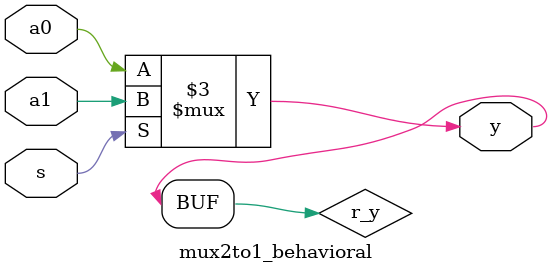
<source format=v>

`timescale 1ns / 1ps

module mux2to1_behavioral(  input a0,
                            input a1,
                            input s,
                            output y );
    reg r_y;
                
    always @ (s or a0 or a1) begin
        if(s) begin
            r_y = a1;
        end else begin
            r_y = a0;
        end
    end
    
    assign y = r_y;
endmodule

</source>
